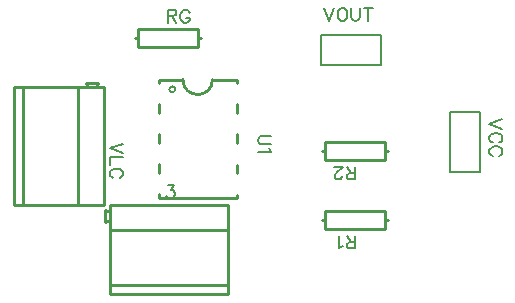
<source format=gto>
G04 Layer: TopSilkscreenLayer*
G04 EasyEDA v6.5.34, 2023-11-29 11:21:28*
G04 a3ad62460b0849ac923c3d987a2ed673,bee4cb2541bd470ea98a159692ad20ec,10*
G04 Gerber Generator version 0.2*
G04 Scale: 100 percent, Rotated: No, Reflected: No *
G04 Dimensions in millimeters *
G04 leading zeros omitted , absolute positions ,4 integer and 5 decimal *
%FSLAX45Y45*%
%MOMM*%

%ADD10C,0.1524*%
%ADD11C,0.2540*%
%ADD12C,0.2032*%
%ADD13C,0.1500*%

%LPD*%
D10*
X2985515Y5753100D02*
G01*
X2907538Y5753100D01*
X2892043Y5748020D01*
X2881629Y5737605D01*
X2876550Y5721857D01*
X2876550Y5711444D01*
X2881629Y5695950D01*
X2892043Y5685536D01*
X2907538Y5680455D01*
X2985515Y5680455D01*
X2964688Y5646165D02*
G01*
X2970022Y5635752D01*
X2985515Y5620004D01*
X2876550Y5620004D01*
X4941315Y5892800D02*
G01*
X4832350Y5851144D01*
X4941315Y5809742D02*
G01*
X4832350Y5851144D01*
X4915408Y5697473D02*
G01*
X4925822Y5702554D01*
X4936236Y5712968D01*
X4941315Y5723381D01*
X4941315Y5744210D01*
X4936236Y5754623D01*
X4925822Y5765037D01*
X4915408Y5770118D01*
X4899659Y5775452D01*
X4873752Y5775452D01*
X4858258Y5770118D01*
X4847843Y5765037D01*
X4837429Y5754623D01*
X4832350Y5744210D01*
X4832350Y5723381D01*
X4837429Y5712968D01*
X4847843Y5702554D01*
X4858258Y5697473D01*
X4915408Y5585205D02*
G01*
X4925822Y5590539D01*
X4936236Y5600700D01*
X4941315Y5611113D01*
X4941315Y5631942D01*
X4936236Y5642355D01*
X4925822Y5652770D01*
X4915408Y5657850D01*
X4899659Y5663184D01*
X4873752Y5663184D01*
X4858258Y5657850D01*
X4847843Y5652770D01*
X4837429Y5642355D01*
X4832350Y5631942D01*
X4832350Y5611113D01*
X4837429Y5600700D01*
X4847843Y5590539D01*
X4858258Y5585205D01*
X3429000Y6833615D02*
G01*
X3470656Y6724650D01*
X3512058Y6833615D02*
G01*
X3470656Y6724650D01*
X3577590Y6833615D02*
G01*
X3567175Y6828536D01*
X3556761Y6818121D01*
X3551681Y6807708D01*
X3546347Y6791960D01*
X3546347Y6766052D01*
X3551681Y6750558D01*
X3556761Y6740144D01*
X3567175Y6729729D01*
X3577590Y6724650D01*
X3598418Y6724650D01*
X3608831Y6729729D01*
X3619245Y6740144D01*
X3624325Y6750558D01*
X3629659Y6766052D01*
X3629659Y6791960D01*
X3624325Y6807708D01*
X3619245Y6818121D01*
X3608831Y6828536D01*
X3598418Y6833615D01*
X3577590Y6833615D01*
X3663950Y6833615D02*
G01*
X3663950Y6755637D01*
X3669029Y6740144D01*
X3679443Y6729729D01*
X3694938Y6724650D01*
X3705352Y6724650D01*
X3721100Y6729729D01*
X3731259Y6740144D01*
X3736593Y6755637D01*
X3736593Y6833615D01*
X3807206Y6833615D02*
G01*
X3807206Y6724650D01*
X3770884Y6833615D02*
G01*
X3843527Y6833615D01*
X3695700Y4799584D02*
G01*
X3695700Y4908550D01*
X3695700Y4799584D02*
G01*
X3648963Y4799584D01*
X3633470Y4804663D01*
X3628136Y4809997D01*
X3623056Y4820412D01*
X3623056Y4830826D01*
X3628136Y4841239D01*
X3633470Y4846320D01*
X3648963Y4851400D01*
X3695700Y4851400D01*
X3659377Y4851400D02*
G01*
X3623056Y4908550D01*
X3588765Y4820412D02*
G01*
X3578352Y4815078D01*
X3562604Y4799584D01*
X3562604Y4908550D01*
X3695700Y5383784D02*
G01*
X3695700Y5492750D01*
X3695700Y5383784D02*
G01*
X3648963Y5383784D01*
X3633470Y5388863D01*
X3628136Y5394197D01*
X3623056Y5404612D01*
X3623056Y5415026D01*
X3628136Y5425439D01*
X3633470Y5430520D01*
X3648963Y5435600D01*
X3695700Y5435600D01*
X3659377Y5435600D02*
G01*
X3623056Y5492750D01*
X3583431Y5409692D02*
G01*
X3583431Y5404612D01*
X3578352Y5394197D01*
X3573018Y5388863D01*
X3562604Y5383784D01*
X3542029Y5383784D01*
X3531615Y5388863D01*
X3526281Y5394197D01*
X3521202Y5404612D01*
X3521202Y5415026D01*
X3526281Y5425439D01*
X3536695Y5440934D01*
X3588765Y5492750D01*
X3515868Y5492750D01*
X2108200Y6820915D02*
G01*
X2108200Y6711950D01*
X2108200Y6820915D02*
G01*
X2154936Y6820915D01*
X2170429Y6815836D01*
X2175763Y6810502D01*
X2180843Y6800087D01*
X2180843Y6789673D01*
X2175763Y6779260D01*
X2170429Y6774179D01*
X2154936Y6769100D01*
X2108200Y6769100D01*
X2144522Y6769100D02*
G01*
X2180843Y6711950D01*
X2293111Y6795008D02*
G01*
X2288031Y6805421D01*
X2277618Y6815836D01*
X2267204Y6820915D01*
X2246375Y6820915D01*
X2235961Y6815836D01*
X2225547Y6805421D01*
X2220468Y6795008D01*
X2215134Y6779260D01*
X2215134Y6753352D01*
X2220468Y6737858D01*
X2225547Y6727444D01*
X2235961Y6717029D01*
X2246375Y6711950D01*
X2267204Y6711950D01*
X2277618Y6717029D01*
X2288031Y6727444D01*
X2293111Y6737858D01*
X2293111Y6753352D01*
X2267204Y6753352D02*
G01*
X2293111Y6753352D01*
X2107438Y5333492D02*
G01*
X2164588Y5333492D01*
X2133345Y5291836D01*
X2149093Y5291836D01*
X2159254Y5286755D01*
X2164588Y5281676D01*
X2169668Y5265928D01*
X2169668Y5255513D01*
X2164588Y5240020D01*
X2154174Y5229605D01*
X2138679Y5224526D01*
X2122931Y5224526D01*
X2107438Y5229605D01*
X2102104Y5234686D01*
X2097024Y5245100D01*
X1726692Y5688076D02*
G01*
X1617726Y5646420D01*
X1726692Y5605018D02*
G01*
X1617726Y5646420D01*
X1726692Y5570728D02*
G01*
X1617726Y5570728D01*
X1617726Y5570728D02*
G01*
X1617726Y5508244D01*
X1700784Y5395976D02*
G01*
X1711197Y5401310D01*
X1721612Y5411723D01*
X1726692Y5422137D01*
X1726692Y5442965D01*
X1721612Y5453126D01*
X1711197Y5463539D01*
X1700784Y5468873D01*
X1685036Y5473954D01*
X1659128Y5473954D01*
X1643634Y5468873D01*
X1633220Y5463539D01*
X1622805Y5453126D01*
X1617726Y5442965D01*
X1617726Y5422137D01*
X1622805Y5411723D01*
X1633220Y5401310D01*
X1643634Y5395976D01*
D11*
X2692201Y5227698D02*
G01*
X2032198Y5227701D01*
X2692201Y6227701D02*
G01*
X2692201Y6197485D01*
X2692201Y6019914D02*
G01*
X2692201Y5943485D01*
X2692201Y5765914D02*
G01*
X2692201Y5696087D01*
X2692201Y5505312D02*
G01*
X2692201Y5442087D01*
X2692201Y5251312D02*
G01*
X2692201Y5227698D01*
X2032198Y6227698D02*
G01*
X2032198Y6197485D01*
X2032198Y6019914D02*
G01*
X2032198Y5943485D01*
X2032198Y5765914D02*
G01*
X2032198Y5689485D01*
X2032198Y5511914D02*
G01*
X2032198Y5435485D01*
X2032198Y5257914D02*
G01*
X2032198Y5227701D01*
X2032198Y6227701D02*
G01*
X2237198Y6227701D01*
X2692201Y6227701D02*
G01*
X2487201Y6227701D01*
D12*
X4749800Y5448300D02*
G01*
X4498340Y5448300D01*
X4498340Y5956300D01*
X4749800Y5956300D01*
X4749800Y5448300D01*
X3911600Y6604000D02*
G01*
X3911600Y6352539D01*
X3403600Y6352539D01*
X3403600Y6604000D01*
X3911600Y6604000D01*
D11*
X3949700Y5041900D02*
G01*
X3975100Y5041900D01*
X3441700Y5041900D02*
G01*
X3416300Y5041900D01*
X3949700Y5041900D02*
G01*
X3949700Y4965700D01*
X3949700Y5118100D02*
G01*
X3949700Y5041900D01*
X3441700Y5118100D02*
G01*
X3949700Y5118100D01*
X3441700Y5041900D02*
G01*
X3441700Y5118100D01*
X3441700Y4965700D02*
G01*
X3441700Y5041900D01*
X3949700Y4965700D02*
G01*
X3441700Y4965700D01*
X3949700Y5626100D02*
G01*
X3975100Y5626100D01*
X3441700Y5626100D02*
G01*
X3416300Y5626100D01*
X3949700Y5626100D02*
G01*
X3949700Y5549900D01*
X3949700Y5702300D02*
G01*
X3949700Y5626100D01*
X3441700Y5702300D02*
G01*
X3949700Y5702300D01*
X3441700Y5626100D02*
G01*
X3441700Y5702300D01*
X3441700Y5549900D02*
G01*
X3441700Y5626100D01*
X3949700Y5549900D02*
G01*
X3441700Y5549900D01*
X1854200Y6578600D02*
G01*
X1828800Y6578600D01*
X2362200Y6578600D02*
G01*
X2387600Y6578600D01*
X1854200Y6578600D02*
G01*
X1854200Y6654800D01*
X1854200Y6502400D02*
G01*
X1854200Y6578600D01*
X2362200Y6502400D02*
G01*
X1854200Y6502400D01*
X2362200Y6578600D02*
G01*
X2362200Y6502400D01*
X2362200Y6654800D02*
G01*
X2362200Y6578600D01*
X1854200Y6654800D02*
G01*
X2362200Y6654800D01*
X1620901Y4489907D02*
G01*
X2620899Y4489907D01*
X1620367Y5104333D02*
G01*
X1580895Y5121699D01*
X1580895Y5021699D01*
X1620367Y5041392D01*
X1620901Y5171699D02*
G01*
X2620899Y5171699D01*
X1620901Y5171699D02*
G01*
X1620901Y4411700D01*
X2620899Y5171699D02*
G01*
X2620899Y4411700D01*
X1620901Y4411700D02*
G01*
X2620899Y4411700D01*
X1620901Y4951780D02*
G01*
X2620899Y4951780D01*
X883107Y6164198D02*
G01*
X883107Y5164201D01*
X1497533Y6164732D02*
G01*
X1514899Y6204204D01*
X1414899Y6204204D01*
X1434592Y6164732D01*
X1564899Y6164198D02*
G01*
X1564899Y5164201D01*
X1564899Y6164198D02*
G01*
X804900Y6164198D01*
X1564899Y5164201D02*
G01*
X804900Y5164201D01*
X804900Y6164198D02*
G01*
X804900Y5164201D01*
X1344980Y6164198D02*
G01*
X1344980Y5164201D01*
D13*
G75*
G01*
X2146300Y6121400D02*
G03*
X2145175Y6121425I10J25400D01*
D11*
G75*
G01*
X2487201Y6227702D02*
G02*
X2237232Y6227826I-124984J622D01*
M02*

</source>
